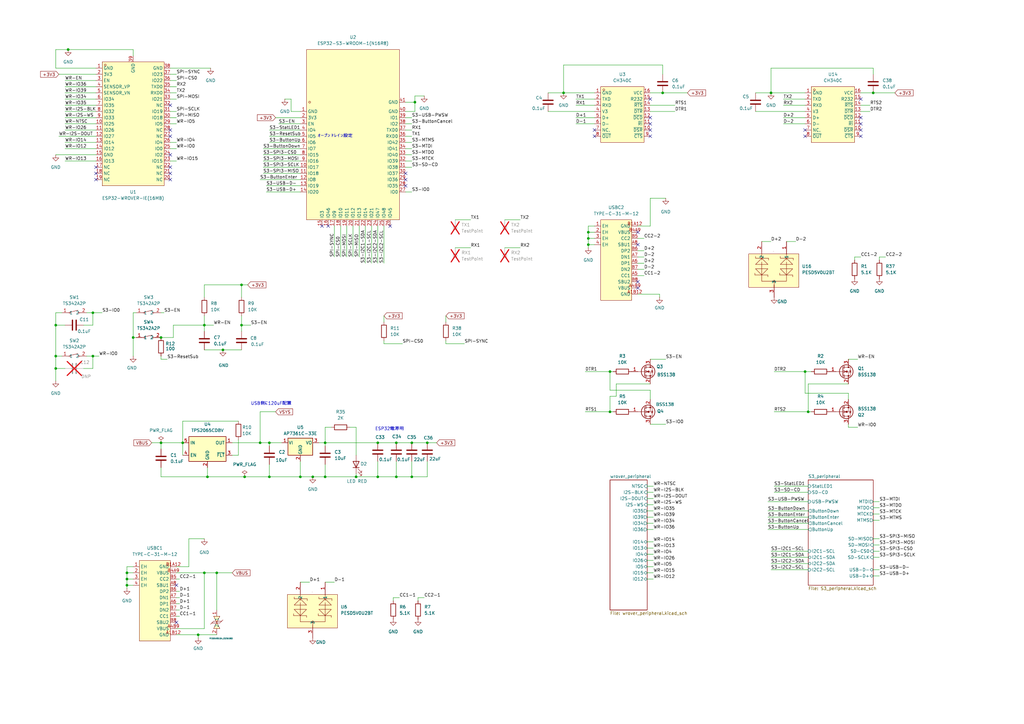
<source format=kicad_sch>
(kicad_sch (version 20250114) (generator "eeschema") (generator_version "9.0")
  (paper "A3")
  (lib_symbols
    (symbol "Connector:TestPoint" (pin_numbers (hide yes)) (pin_names (offset 0.762) (hide yes))
      (property "Reference" "TP" (at 0 6.858 0))
      (property "Value" "TestPoint" (at 0 5.08 0))
      (symbol "TestPoint_1_1"
        (pin passive line (at 0 0 90) (length 2.54) (name "1") (number "1"))
      )
    )
    (symbol "Device:C" (pin_numbers (hide yes)) (pin_names (offset 0.254))
      (property "Reference" "C" (at 0.635 2.54 0))
      (property "Value" "C" (at 0.635 -2.54 0))
      (symbol "C_1_1"
        (pin passive line (at 0 3.81 270) (length 2.794) (name "~") (number "1"))
        (pin passive line (at 0 -3.81 90) (length 2.794) (name "~") (number "2"))
      )
    )
    (symbol "Device:LED" (pin_numbers (hide yes)) (pin_names (offset 1.016) (hide yes))
      (property "Reference" "D" (at 0 2.54 0))
      (property "Value" "LED" (at 0 -2.54 0))
      (symbol "LED_1_1"
        (pin passive line (at -3.81 0 0) (length 2.54) (name "K") (number "1"))
        (pin passive line (at 3.81 0 180) (length 2.54) (name "A") (number "2"))
      )
    )
    (symbol "Device:R" (pin_numbers (hide yes)) (pin_names (offset 0))
      (property "Reference" "R" (at 2.032 0 90))
      (property "Value" "R" (at 0 0 90))
      (symbol "R_1_1"
        (pin passive line (at 0 3.81 270) (length 1.27) (name "~") (number "1"))
        (pin passive line (at 0 -3.81 90) (length 1.27) (name "~") (number "2"))
      )
    )
    (symbol "Power_Management:TPS2065CDBV"
      (property "Reference" "U" (at -7.62 -6.35 0))
      (property "Value" "TPS2065CDBV" (at -7.62 6.35 0))
      (symbol "TPS2065CDBV_1_1"
        (pin power_in line (at -10.16 2.54 0) (length 2.54) (name "IN") (number "5"))
        (pin input line (at -10.16 -2.54 0) (length 2.54) (name "EN") (number "4"))
        (pin power_in line (at 0 -7.62 90) (length 2.54) (name "GND") (number "2"))
        (pin power_out line (at 10.16 2.54 180) (length 2.54) (name "OUT") (number "1"))
        (pin open_collector line (at 10.16 -2.54 180) (length 2.54) (name "~{FLT}") (number "3"))
      )
    )
    (symbol "Regulator_Linear:AP7361C-33E" (pin_names (offset 0.254))
      (property "Reference" "U" (at -3.81 3.175 0))
      (property "Value" "AP7361C-33E" (at 0 3.175 0))
      (symbol "AP7361C-33E_1_1"
        (pin power_in line (at -7.62 0 0) (length 2.54) (name "VI") (number "1"))
        (pin power_in line (at 0 -7.62 90) (length 2.54) (name "GND") (number "2"))
        (pin power_out line (at 7.62 0 180) (length 2.54) (name "VO") (number "3"))
      )
    )
    (symbol "Transistor_FET:BSS138" (pin_names (offset 0) (hide yes))
      (property "Reference" "Q" (at 5.08 1.905 0))
      (property "Value" "BSS138" (at 5.08 0 0))
      (symbol "BSS138_1_1"
        (pin input line (at -5.08 0 0) (length 2.54) (name "G") (number "1"))
        (pin passive line (at 2.54 5.08 270) (length 2.54) (name "D") (number "3"))
        (pin passive line (at 2.54 -5.08 90) (length 2.54) (name "S") (number "2"))
      )
    )
    (symbol "easyeda2kicad:CH340C"
      (property "Reference" "U" (at 0 13.97 0))
      (property "Value" "CH340C" (at 0 -13.97 0))
      (symbol "CH340C_0_1"
        (pin unspecified line (at -11.43 8.89 0) (length 2.54) (name "GND") (number "1"))
        (pin unspecified line (at -11.43 6.35 0) (length 2.54) (name "TXD") (number "2"))
        (pin unspecified line (at -11.43 3.81 0) (length 2.54) (name "RXD") (number "3"))
        (pin unspecified line (at -11.43 1.27 0) (length 2.54) (name "V3") (number "4"))
        (pin unspecified line (at -11.43 -1.27 0) (length 2.54) (name "D+") (number "5"))
        (pin unspecified line (at -11.43 -3.81 0) (length 2.54) (name "D-") (number "6"))
        (pin unspecified line (at -11.43 -6.35 0) (length 2.54) (name "NC.") (number "7"))
        (pin unspecified line (at -11.43 -8.89 0) (length 2.54) (name "~{OUT}") (number "8"))
        (pin unspecified line (at 11.43 8.89 180) (length 2.54) (name "VCC") (number "16"))
        (pin unspecified line (at 11.43 6.35 180) (length 2.54) (name "R232") (number "15"))
        (pin unspecified line (at 11.43 3.81 180) (length 2.54) (name "~{RTS}") (number "14"))
        (pin unspecified line (at 11.43 1.27 180) (length 2.54) (name "~{DTR}") (number "13"))
        (pin unspecified line (at 11.43 -1.27 180) (length 2.54) (name "~{DCD}") (number "12"))
        (pin unspecified line (at 11.43 -3.81 180) (length 2.54) (name "~{RI}") (number "11"))
        (pin unspecified line (at 11.43 -6.35 180) (length 2.54) (name "~{DSR}") (number "10"))
        (pin unspecified line (at 11.43 -8.89 180) (length 2.54) (name "~{CTS}") (number "9"))
      )
    )
    (symbol "easyeda2kicad:ESP32-S3-WROOM-1(N16R8)"
      (property "Reference" "U" (at 0 20.32 0))
      (property "Value" "ESP32-S3-WROOM-1(N16R8)" (at 0 -40.64 0))
      (symbol "ESP32-S3-WROOM-1(N16R8)_0_1"
        (pin unspecified line (at -21.59 11.43 0) (length 2.54) (name "GND") (number "1"))
        (pin unspecified line (at -21.59 8.89 0) (length 2.54) (name "3V3") (number "2"))
        (pin unspecified line (at -21.59 6.35 0) (length 2.54) (name "EN") (number "3"))
        (pin unspecified line (at -21.59 3.81 0) (length 2.54) (name "IO4") (number "4"))
        (pin unspecified line (at -21.59 1.27 0) (length 2.54) (name "IO5") (number "5"))
        (pin unspecified line (at -21.59 -1.27 0) (length 2.54) (name "IO6") (number "6"))
        (pin unspecified line (at -21.59 -3.81 0) (length 2.54) (name "IO7") (number "7"))
        (pin unspecified line (at -21.59 -6.35 0) (length 2.54) (name "IO15") (number "8"))
        (pin unspecified line (at -21.59 -8.89 0) (length 2.54) (name "IO16") (number "9"))
        (pin unspecified line (at -21.59 -11.43 0) (length 2.54) (name "IO17") (number "10"))
        (pin unspecified line (at -21.59 -13.97 0) (length 2.54) (name "IO18") (number "11"))
        (pin unspecified line (at -21.59 -16.51 0) (length 2.54) (name "IO8") (number "12"))
        (pin unspecified line (at -21.59 -19.05 0) (length 2.54) (name "IO19") (number "13"))
        (pin unspecified line (at -21.59 -21.59 0) (length 2.54) (name "IO20") (number "14"))
        (pin unspecified line (at -12.7 -35.56 90) (length 2.54) (name "IO3") (number "15"))
        (pin unspecified line (at -10.16 -35.56 90) (length 2.54) (name "IO46") (number "16"))
        (pin unspecified line (at -7.62 -35.56 90) (length 2.54) (name "IO9") (number "17"))
        (pin unspecified line (at -5.08 -35.56 90) (length 2.54) (name "IO10") (number "18"))
        (pin unspecified line (at -2.54 -35.56 90) (length 2.54) (name "IO11") (number "19"))
        (pin unspecified line (at 0 -35.56 90) (length 2.54) (name "IO12") (number "20"))
        (pin unspecified line (at 2.54 -35.56 90) (length 2.54) (name "IO13") (number "21"))
        (pin unspecified line (at 5.08 -35.56 90) (length 2.54) (name "IO14") (number "22"))
        (pin unspecified line (at 7.62 -35.56 90) (length 2.54) (name "IO21") (number "23"))
        (pin unspecified line (at 10.16 -35.56 90) (length 2.54) (name "IO47") (number "24"))
        (pin unspecified line (at 12.7 -35.56 90) (length 2.54) (name "IO48") (number "25"))
        (pin unspecified line (at 15.24 -35.56 90) (length 2.54) (name "IO45") (number "26"))
        (pin unspecified line (at 21.59 15.24 180) (length 2.54) (name "GND") (number "41"))
        (pin unspecified line (at 21.59 11.43 180) (length 2.54) (name "GND") (number "40"))
        (pin unspecified line (at 21.59 8.89 180) (length 2.54) (name "IO1") (number "39"))
        (pin unspecified line (at 21.59 6.35 180) (length 2.54) (name "IO2") (number "38"))
        (pin unspecified line (at 21.59 3.81 180) (length 2.54) (name "TXD0") (number "37"))
        (pin unspecified line (at 21.59 1.27 180) (length 2.54) (name "RXD0") (number "36"))
        (pin unspecified line (at 21.59 -1.27 180) (length 2.54) (name "IO42") (number "35"))
        (pin unspecified line (at 21.59 -3.81 180) (length 2.54) (name "IO41") (number "34"))
        (pin unspecified line (at 21.59 -6.35 180) (length 2.54) (name "IO40") (number "33"))
        (pin unspecified line (at 21.59 -8.89 180) (length 2.54) (name "IO39") (number "32"))
        (pin unspecified line (at 21.59 -11.43 180) (length 2.54) (name "IO38") (number "31"))
        (pin unspecified line (at 21.59 -13.97 180) (length 2.54) (name "IO37") (number "30"))
        (pin unspecified line (at 21.59 -16.51 180) (length 2.54) (name "IO36") (number "29"))
        (pin unspecified line (at 21.59 -19.05 180) (length 2.54) (name "IO35") (number "28"))
        (pin unspecified line (at 21.59 -21.59 180) (length 2.54) (name "IO0") (number "27"))
      )
    )
    (symbol "easyeda2kicad:ESP32-WROVER-IE(16MB)"
      (property "Reference" "U" (at 0 35.56 0))
      (property "Value" "ESP32-WROVER-IE(16MB)" (at 0 -25.4 0))
      (symbol "ESP32-WROVER-IE(16MB)_0_1"
        (pin unspecified line (at -15.24 25.4 0) (length 2.54) (name "GND") (number "1"))
        (pin unspecified line (at -15.24 22.86 0) (length 2.54) (name "3V3") (number "2"))
        (pin unspecified line (at -15.24 20.32 0) (length 2.54) (name "EN") (number "3"))
        (pin unspecified line (at -15.24 17.78 0) (length 2.54) (name "SENSOR_VP") (number "4"))
        (pin unspecified line (at -15.24 15.24 0) (length 2.54) (name "SENSOR_VN") (number "5"))
        (pin unspecified line (at -15.24 12.7 0) (length 2.54) (name "IO34") (number "6"))
        (pin unspecified line (at -15.24 10.16 0) (length 2.54) (name "IO35") (number "7"))
        (pin unspecified line (at -15.24 7.62 0) (length 2.54) (name "IO32") (number "8"))
        (pin unspecified line (at -15.24 5.08 0) (length 2.54) (name "IO33") (number "9"))
        (pin unspecified line (at -15.24 2.54 0) (length 2.54) (name "IO25") (number "10"))
        (pin unspecified line (at -15.24 0 0) (length 2.54) (name "IO26") (number "11"))
        (pin unspecified line (at -15.24 -2.54 0) (length 2.54) (name "IO27") (number "12"))
        (pin unspecified line (at -15.24 -5.08 0) (length 2.54) (name "IO14") (number "13"))
        (pin unspecified line (at -15.24 -7.62 0) (length 2.54) (name "IO12") (number "14"))
        (pin unspecified line (at -15.24 -10.16 0) (length 2.54) (name "GND") (number "15"))
        (pin unspecified line (at -15.24 -12.7 0) (length 2.54) (name "IO13") (number "16"))
        (pin unspecified line (at -15.24 -15.24 0) (length 2.54) (name "NC") (number "17"))
        (pin unspecified line (at -15.24 -17.78 0) (length 2.54) (name "NC") (number "18"))
        (pin unspecified line (at -15.24 -20.32 0) (length 2.54) (name "NC") (number "19"))
        (pin unspecified line (at 0 30.48 270) (length 2.54) (name "GND") (number "39"))
        (pin unspecified line (at 15.24 25.4 180) (length 2.54) (name "GND") (number "38"))
        (pin unspecified line (at 15.24 22.86 180) (length 2.54) (name "IO23") (number "37"))
        (pin unspecified line (at 15.24 20.32 180) (length 2.54) (name "IO22") (number "36"))
        (pin unspecified line (at 15.24 17.78 180) (length 2.54) (name "TXD0") (number "35"))
        (pin unspecified line (at 15.24 15.24 180) (length 2.54) (name "RXD0") (number "34"))
        (pin unspecified line (at 15.24 12.7 180) (length 2.54) (name "IO21") (number "33"))
        (pin unspecified line (at 15.24 10.16 180) (length 2.54) (name "NC") (number "32"))
        (pin unspecified line (at 15.24 7.62 180) (length 2.54) (name "IO19") (number "31"))
        (pin unspecified line (at 15.24 5.08 180) (length 2.54) (name "IO18") (number "30"))
        (pin unspecified line (at 15.24 2.54 180) (length 2.54) (name "IO5") (number "29"))
        (pin unspecified line (at 15.24 0 180) (length 2.54) (name "NC") (number "28"))
        (pin unspecified line (at 15.24 -2.54 180) (length 2.54) (name "NC") (number "27"))
        (pin unspecified line (at 15.24 -5.08 180) (length 2.54) (name "IO4") (number "26"))
        (pin unspecified line (at 15.24 -7.62 180) (length 2.54) (name "IO0") (number "25"))
        (pin unspecified line (at 15.24 -10.16 180) (length 2.54) (name "IO2") (number "24"))
        (pin unspecified line (at 15.24 -12.7 180) (length 2.54) (name "IO15") (number "23"))
        (pin unspecified line (at 15.24 -15.24 180) (length 2.54) (name "NC") (number "22"))
        (pin unspecified line (at 15.24 -17.78 180) (length 2.54) (name "NC") (number "21"))
        (pin unspecified line (at 15.24 -20.32 180) (length 2.54) (name "NC") (number "20"))
      )
    )
    (symbol "easyeda2kicad:PESD5V0S1BA_C5261083"
      (property "Reference" "U" (at 0 5.08 0))
      (property "Value" "PESD5V0S1BA_C5261083" (at 0 -5.08 0))
      (symbol "PESD5V0S1BA_C5261083_0_1"
        (pin unspecified line (at -5.08 0 0) (length 2.54) (name "1") (number "1"))
        (pin unspecified line (at 5.08 0 180) (length 2.54) (name "2") (number "2"))
      )
    )
    (symbol "easyeda2kicad:PESD5V0U2BT"
      (property "Reference" "U" (at 0 17.78 0))
      (property "Value" "PESD5V0U2BT" (at 0 -15.24 0))
      (symbol "PESD5V0U2BT_0_1"
        (pin passive line (at -5.08 -10.16 90) (length 5.08) (name "1") (number "1"))
        (pin input line (at 0 12.7 270) (length 5.08) (name "3") (number "3"))
        (pin passive line (at 5.08 -10.16 90) (length 5.08) (name "2") (number "2"))
      )
    )
    (symbol "easyeda2kicad:TS342A2P160GF021"
      (property "Reference" "SW" (at 0 5.08 0))
      (property "Value" "TS342A2P 160GF 021" (at 0 -5.08 0))
      (symbol "TS342A2P160GF021_0_1"
        (pin unspecified line (at -5.08 0 0) (length 2.54) (name "1") (number "1"))
        (pin unspecified line (at 5.08 0 180) (length 2.54) (name "2") (number "2"))
      )
    )
    (symbol "easyeda2kicad:TYPE-C-31-M-12"
      (property "Reference" "USBC" (at 0 19.05 0))
      (property "Value" "TYPE-C-31-M-12" (at 0 -19.05 0))
      (symbol "TYPE-C-31-M-12_0_1"
        (pin unspecified line (at -8.89 13.97 0) (length 2.54) (name "GND") (number "A1B12"))
        (pin unspecified line (at -8.89 11.43 0) (length 2.54) (name "VBUS") (number "A4B9"))
        (pin unspecified line (at -8.89 8.89 0) (length 2.54) (name "SBU2") (number "B8"))
        (pin unspecified line (at -8.89 6.35 0) (length 2.54) (name "CC1") (number "A5"))
        (pin unspecified line (at -8.89 3.81 0) (length 2.54) (name "DN2") (number "B7"))
        (pin unspecified line (at -8.89 1.27 0) (length 2.54) (name "DP1") (number "A6"))
        (pin unspecified line (at -8.89 -1.27 0) (length 2.54) (name "DN1") (number "A7"))
        (pin unspecified line (at -8.89 -3.81 0) (length 2.54) (name "DP2") (number "B6"))
        (pin unspecified line (at -8.89 -6.35 0) (length 2.54) (name "SBU1") (number "A8"))
        (pin unspecified line (at -8.89 -8.89 0) (length 2.54) (name "CC2") (number "B5"))
        (pin unspecified line (at -8.89 -11.43 0) (length 2.54) (name "VBUS") (number "B4A9"))
        (pin unspecified line (at -8.89 -13.97 0) (length 2.54) (name "GND") (number "B1A12"))
        (pin unspecified line (at 8.89 -6.35 180) (length 2.54) (name "EH") (number "4"))
        (pin unspecified line (at 8.89 -8.89 180) (length 2.54) (name "EH") (number "3"))
        (pin unspecified line (at 8.89 -11.43 180) (length 2.54) (name "EH") (number "2"))
        (pin unspecified line (at 8.89 -13.97 180) (length 2.54) (name "EH") (number "1"))
      )
    )
    (symbol "power:GND" (power) (pin_numbers (hide yes)) (pin_names (offset 0) (hide yes))
      (property "Value" "GND" (at 0 -3.81 0))
      (symbol "GND_1_1"
        (pin power_in line (at 0 0 270) (length 0) (name "~") (number "1"))
      )
    )
    (symbol "power:PWR_FLAG" (power) (pin_numbers (hide yes)) (pin_names (offset 0) (hide yes))
      (property "Value" "PWR_FLAG" (at 0 3.81 0))
      (symbol "PWR_FLAG_0_0"
        (pin power_out line (at 0 0 90) (length 0) (name "~") (number "1"))
      )
    )
  )
  (text "ESP32電源用" (at 159.766 176.022 0) (effects (font (size 1.27 1.27))))
  (text "オープンドレイン設定\n" (at 137.414 55.88 0) (effects (font (size 1.27 1.27))))
  (text "USB側に120uF配置" (at 111.252 165.608 0) (effects (font (size 1.27 1.27))))
  (junction (at 241.3 97.79))
  (junction (at 27.94 20.32))
  (junction (at 52.07 240.03))
  (junction (at 331.47 168.91))
  (junction (at 100.33 195.58))
  (junction (at 175.26 181.61))
  (junction (at 162.56 195.58))
  (junction (at 54.61 138.43))
  (junction (at 162.56 181.61))
  (junction (at 38.1 128.27))
  (junction (at 91.44 143.51))
  (junction (at 110.49 181.61))
  (junction (at 271.78 38.1))
  (junction (at 99.06 116.84))
  (junction (at 170.18 41.91))
  (junction (at 250.19 168.91))
  (junction (at 241.3 100.33))
  (junction (at 146.05 195.58))
  (junction (at 330.2 152.4))
  (junction (at 128.27 195.58))
  (junction (at 154.94 195.58))
  (junction (at 106.68 181.61))
  (junction (at 168.91 195.58))
  (junction (at 66.04 138.43))
  (junction (at 74.93 181.61))
  (junction (at 250.19 152.4))
  (junction (at 22.86 133.35))
  (junction (at 83.82 234.95))
  (junction (at 110.49 195.58))
  (junction (at 81.28 260.35))
  (junction (at 123.19 195.58))
  (junction (at 22.86 146.05))
  (junction (at 38.1 146.05))
  (junction (at 316.23 38.1))
  (junction (at 83.82 133.35))
  (junction (at 52.07 234.95))
  (junction (at 231.14 38.1))
  (junction (at 133.35 195.58))
  (junction (at 22.86 151.13))
  (junction (at 85.09 195.58))
  (junction (at 168.91 181.61))
  (junction (at 241.3 95.25))
  (junction (at 52.07 237.49))
  (junction (at 154.94 181.61))
  (junction (at 66.04 181.61))
  (junction (at 133.35 181.61))
  (junction (at 99.06 133.35))
  (junction (at 88.9 234.95))
  (junction (at 358.14 38.1))
  (no_connect (at 69.85 55.88))
  (no_connect (at 39.37 68.58))
  (no_connect (at 72.39 240.03))
  (no_connect (at 166.37 76.2))
  (no_connect (at 266.7 50.8))
  (no_connect (at 69.85 71.12))
  (no_connect (at 39.37 71.12))
  (no_connect (at 266.7 48.26))
  (no_connect (at 353.06 50.8))
  (no_connect (at 69.85 68.58))
  (no_connect (at 261.62 118.11))
  (no_connect (at 39.37 73.66))
  (no_connect (at 261.62 95.25))
  (no_connect (at 266.7 55.88))
  (no_connect (at 72.39 255.27))
  (no_connect (at 69.85 63.5))
  (no_connect (at 261.62 100.33))
  (no_connect (at 266.7 53.34))
  (no_connect (at 166.37 71.12))
  (no_connect (at 330.2 55.88))
  (no_connect (at 69.85 53.34))
  (no_connect (at 330.2 53.34))
  (no_connect (at 69.85 73.66))
  (no_connect (at 243.84 55.88))
  (no_connect (at 266.7 40.64))
  (no_connect (at 134.62 92.71))
  (no_connect (at 353.06 48.26))
  (no_connect (at 69.85 43.18))
  (no_connect (at 353.06 53.34))
  (no_connect (at 132.08 92.71))
  (no_connect (at 160.02 92.71))
  (no_connect (at 353.06 40.64))
  (no_connect (at 166.37 73.66))
  (no_connect (at 353.06 55.88))
  (no_connect (at 261.62 115.57))
  (no_connect (at 243.84 53.34))
  (wire (pts (xy 161.29 246.38) (xy 161.29 245.11)))
  (wire (pts (xy 74.93 181.61) (xy 74.93 186.69)))
  (wire (pts (xy 26.67 33.02) (xy 39.37 33.02)))
  (wire (pts (xy 95.25 186.69) (xy 97.79 186.69)))
  (wire (pts (xy 161.29 245.11) (xy 163.83 245.11)))
  (wire (pts (xy 99.06 133.35) (xy 102.87 133.35)))
  (wire (pts (xy 22.86 27.94) (xy 22.86 20.32)))
  (wire (pts (xy 109.22 78.74) (xy 123.19 78.74)))
  (wire (pts (xy 350.52 106.68) (xy 350.52 105.41)))
  (wire (pts (xy 52.07 240.03) (xy 52.07 241.3)))
  (wire (pts (xy 224.79 45.72) (xy 243.84 45.72)))
  (wire (pts (xy 252.73 157.48) (xy 266.7 157.48)))
  (wire (pts (xy 22.86 133.35) (xy 26.67 133.35)))
  (wire (pts (xy 97.79 172.72) (xy 74.93 172.72)))
  (wire (pts (xy 261.62 102.87) (xy 264.16 102.87)))
  (wire (pts (xy 261.62 120.65) (xy 270.51 120.65)))
  (wire (pts (xy 166.37 58.42) (xy 168.91 58.42)))
  (wire (pts (xy 353.06 38.1) (xy 358.14 38.1)))
  (wire (pts (xy 54.61 138.43) (xy 55.88 138.43)))
  (wire (pts (xy 358.14 226.06) (xy 360.68 226.06)))
  (wire (pts (xy 317.5 152.4) (xy 330.2 152.4)))
  (wire (pts (xy 231.14 26.67) (xy 271.78 26.67)))
  (wire (pts (xy 74.93 172.72) (xy 74.93 181.61)))
  (wire (pts (xy 110.49 190.5) (xy 110.49 195.58)))
  (wire (pts (xy 71.12 133.35) (xy 71.12 138.43)))
  (wire (pts (xy 330.2 152.4) (xy 330.2 161.29)))
  (wire (pts (xy 83.82 234.95) (xy 83.82 257.81)))
  (wire (pts (xy 72.39 257.81) (xy 83.82 257.81)))
  (wire (pts (xy 186.69 90.17) (xy 193.04 90.17)))
  (wire (pts (xy 271.78 26.67) (xy 271.78 30.48)))
  (wire (pts (xy 166.37 41.91) (xy 170.18 41.91)))
  (wire (pts (xy 182.88 139.7) (xy 182.88 140.97)))
  (wire (pts (xy 83.82 129.54) (xy 83.82 133.35)))
  (wire (pts (xy 110.49 53.34) (xy 123.19 53.34)))
  (wire (pts (xy 107.95 60.96) (xy 123.19 60.96)))
  (wire (pts (xy 250.19 168.91) (xy 251.46 168.91)))
  (wire (pts (xy 27.94 20.32) (xy 54.61 20.32)))
  (wire (pts (xy 24.13 30.48) (xy 39.37 30.48)))
  (wire (pts (xy 241.3 92.71) (xy 241.3 95.25)))
  (wire (pts (xy 330.2 152.4) (xy 332.74 152.4)))
  (wire (pts (xy 114.3 50.8) (xy 123.19 50.8)))
  (wire (pts (xy 265.43 214.63) (xy 267.97 214.63)))
  (wire (pts (xy 26.67 45.72) (xy 39.37 45.72)))
  (wire (pts (xy 110.49 55.88) (xy 123.19 55.88)))
  (wire (pts (xy 166.37 66.04) (xy 168.91 66.04)))
  (wire (pts (xy 123.19 238.76) (xy 127 238.76)))
  (wire (pts (xy 66.04 138.43) (xy 71.12 138.43)))
  (wire (pts (xy 250.19 160.02) (xy 266.7 160.02)))
  (wire (pts (xy 168.91 181.61) (xy 162.56 181.61)))
  (wire (pts (xy 54.61 232.41) (xy 52.07 232.41)))
  (wire (pts (xy 316.23 231.14) (xy 331.47 231.14)))
  (wire (pts (xy 110.49 182.88) (xy 110.49 181.61)))
  (wire (pts (xy 266.7 81.28) (xy 266.7 92.71)))
  (wire (pts (xy 166.37 55.88) (xy 168.91 55.88)))
  (wire (pts (xy 321.31 40.64) (xy 330.2 40.64)))
  (wire (pts (xy 55.88 128.27) (xy 54.61 128.27)))
  (wire (pts (xy 316.23 38.1) (xy 330.2 38.1)))
  (wire (pts (xy 241.3 95.25) (xy 241.3 97.79)))
  (wire (pts (xy 35.56 146.05) (xy 38.1 146.05)))
  (wire (pts (xy 314.96 212.09) (xy 331.47 212.09)))
  (wire (pts (xy 69.85 38.1) (xy 72.39 38.1)))
  (wire (pts (xy 52.07 232.41) (xy 52.07 234.95)))
  (wire (pts (xy 358.14 228.6) (xy 360.68 228.6)))
  (wire (pts (xy 39.37 27.94) (xy 22.86 27.94)))
  (wire (pts (xy 270.51 121.92) (xy 270.51 120.65)))
  (wire (pts (xy 22.86 133.35) (xy 22.86 146.05)))
  (wire (pts (xy 175.26 189.23) (xy 175.26 195.58)))
  (wire (pts (xy 236.22 48.26) (xy 243.84 48.26)))
  (wire (pts (xy 250.19 152.4) (xy 250.19 160.02)))
  (wire (pts (xy 26.67 43.18) (xy 39.37 43.18)))
  (wire (pts (xy 133.35 175.26) (xy 133.35 181.61)))
  (wire (pts (xy 99.06 129.54) (xy 99.06 133.35)))
  (wire (pts (xy 66.04 195.58) (xy 85.09 195.58)))
  (wire (pts (xy 265.43 201.93) (xy 267.97 201.93)))
  (wire (pts (xy 83.82 143.51) (xy 91.44 143.51)))
  (wire (pts (xy 113.03 48.26) (xy 123.19 48.26)))
  (wire (pts (xy 130.81 181.61) (xy 133.35 181.61)))
  (wire (pts (xy 312.42 99.06) (xy 316.23 99.06)))
  (wire (pts (xy 265.43 204.47) (xy 267.97 204.47)))
  (wire (pts (xy 72.39 252.73) (xy 73.66 252.73)))
  (wire (pts (xy 347.98 147.32) (xy 351.79 147.32)))
  (wire (pts (xy 309.88 45.72) (xy 330.2 45.72)))
  (wire (pts (xy 162.56 181.61) (xy 154.94 181.61)))
  (wire (pts (xy 26.67 48.26) (xy 39.37 48.26)))
  (wire (pts (xy 240.03 168.91) (xy 250.19 168.91)))
  (wire (pts (xy 72.39 234.95) (xy 83.82 234.95)))
  (wire (pts (xy 166.37 60.96) (xy 168.91 60.96)))
  (wire (pts (xy 236.22 40.64) (xy 243.84 40.64)))
  (wire (pts (xy 133.35 182.88) (xy 133.35 181.61)))
  (wire (pts (xy 321.31 43.18) (xy 330.2 43.18)))
  (wire (pts (xy 179.07 181.61) (xy 175.26 181.61)))
  (wire (pts (xy 106.68 168.91) (xy 113.03 168.91)))
  (wire (pts (xy 54.61 20.32) (xy 54.61 22.86)))
  (wire (pts (xy 85.09 195.58) (xy 100.33 195.58)))
  (wire (pts (xy 168.91 189.23) (xy 168.91 195.58)))
  (wire (pts (xy 69.85 40.64) (xy 72.39 40.64)))
  (wire (pts (xy 358.14 205.74) (xy 360.68 205.74)))
  (wire (pts (xy 99.06 116.84) (xy 99.06 121.92)))
  (wire (pts (xy 347.98 173.99) (xy 347.98 175.26)))
  (wire (pts (xy 236.22 43.18) (xy 243.84 43.18)))
  (wire (pts (xy 241.3 97.79) (xy 241.3 100.33)))
  (wire (pts (xy 241.3 100.33) (xy 243.84 100.33)))
  (wire (pts (xy 110.49 58.42) (xy 123.19 58.42)))
  (wire (pts (xy 314.96 214.63) (xy 331.47 214.63)))
  (wire (pts (xy 106.68 181.61) (xy 110.49 181.61)))
  (wire (pts (xy 110.49 181.61) (xy 115.57 181.61)))
  (wire (pts (xy 241.3 100.33) (xy 241.3 101.6)))
  (wire (pts (xy 147.32 92.71) (xy 147.32 105.41)))
  (wire (pts (xy 83.82 133.35) (xy 87.63 133.35)))
  (wire (pts (xy 91.44 143.51) (xy 99.06 143.51)))
  (wire (pts (xy 266.7 45.72) (xy 276.86 45.72)))
  (wire (pts (xy 99.06 133.35) (xy 99.06 135.89)))
  (wire (pts (xy 207.01 90.17) (xy 213.36 90.17)))
  (wire (pts (xy 101.6 116.84) (xy 99.06 116.84)))
  (wire (pts (xy 265.43 229.87) (xy 267.97 229.87)))
  (wire (pts (xy 69.85 66.04) (xy 72.39 66.04)))
  (wire (pts (xy 26.67 58.42) (xy 39.37 58.42)))
  (wire (pts (xy 154.94 181.61) (xy 133.35 181.61)))
  (wire (pts (xy 157.48 140.97) (xy 165.1 140.97)))
  (wire (pts (xy 26.67 38.1) (xy 39.37 38.1)))
  (wire (pts (xy 133.35 195.58) (xy 128.27 195.58)))
  (wire (pts (xy 123.19 45.72) (xy 119.38 45.72)))
  (wire (pts (xy 69.85 35.56) (xy 72.39 35.56)))
  (wire (pts (xy 316.23 228.6) (xy 331.47 228.6)))
  (wire (pts (xy 154.94 195.58) (xy 162.56 195.58)))
  (wire (pts (xy 81.28 261.62) (xy 81.28 260.35)))
  (wire (pts (xy 358.14 236.22) (xy 360.68 236.22)))
  (wire (pts (xy 139.7 92.71) (xy 139.7 105.41)))
  (wire (pts (xy 265.43 207.01) (xy 267.97 207.01)))
  (wire (pts (xy 69.85 27.94) (xy 86.36 27.94)))
  (wire (pts (xy 26.67 53.34) (xy 39.37 53.34)))
  (wire (pts (xy 322.58 99.06) (xy 326.39 99.06)))
  (wire (pts (xy 62.23 181.61) (xy 66.04 181.61)))
  (wire (pts (xy 309.88 38.1) (xy 316.23 38.1)))
  (wire (pts (xy 347.98 161.29) (xy 347.98 163.83)))
  (wire (pts (xy 81.28 260.35) (xy 88.9 260.35)))
  (wire (pts (xy 77.47 220.98) (xy 83.82 220.98)))
  (wire (pts (xy 266.7 160.02) (xy 266.7 163.83)))
  (wire (pts (xy 35.56 128.27) (xy 38.1 128.27)))
  (wire (pts (xy 68.58 147.32) (xy 66.04 147.32)))
  (wire (pts (xy 66.04 128.27) (xy 67.31 128.27)))
  (wire (pts (xy 224.79 38.1) (xy 231.14 38.1)))
  (wire (pts (xy 22.86 151.13) (xy 22.86 156.21)))
  (wire (pts (xy 250.19 168.91) (xy 250.19 162.56)))
  (wire (pts (xy 144.78 92.71) (xy 144.78 105.41)))
  (wire (pts (xy 38.1 146.05) (xy 40.64 146.05)))
  (wire (pts (xy 66.04 146.05) (xy 66.04 147.32)))
  (wire (pts (xy 52.07 240.03) (xy 54.61 240.03)))
  (wire (pts (xy 26.67 50.8) (xy 39.37 50.8)))
  (wire (pts (xy 83.82 133.35) (xy 83.82 135.89)))
  (wire (pts (xy 317.5 199.39) (xy 331.47 199.39)))
  (wire (pts (xy 265.43 232.41) (xy 267.97 232.41)))
  (wire (pts (xy 95.25 181.61) (xy 106.68 181.61)))
  (wire (pts (xy 72.39 260.35) (xy 81.28 260.35)))
  (wire (pts (xy 107.95 63.5) (xy 123.19 63.5)))
  (wire (pts (xy 22.86 63.5) (xy 39.37 63.5)))
  (wire (pts (xy 317.5 168.91) (xy 331.47 168.91)))
  (wire (pts (xy 142.24 92.71) (xy 142.24 105.41)))
  (wire (pts (xy 261.62 110.49) (xy 264.16 110.49)))
  (wire (pts (xy 157.48 139.7) (xy 157.48 140.97)))
  (wire (pts (xy 265.43 199.39) (xy 267.97 199.39)))
  (wire (pts (xy 358.14 38.1) (xy 367.03 38.1)))
  (wire (pts (xy 166.37 45.72) (xy 170.18 45.72)))
  (wire (pts (xy 38.1 128.27) (xy 38.1 133.35)))
  (wire (pts (xy 261.62 97.79) (xy 264.16 97.79)))
  (wire (pts (xy 26.67 35.56) (xy 39.37 35.56)))
  (wire (pts (xy 170.18 39.37) (xy 173.99 39.37)))
  (wire (pts (xy 314.96 205.74) (xy 331.47 205.74)))
  (wire (pts (xy 166.37 68.58) (xy 168.91 68.58)))
  (wire (pts (xy 231.14 38.1) (xy 243.84 38.1)))
  (wire (pts (xy 314.96 217.17) (xy 331.47 217.17)))
  (wire (pts (xy 97.79 180.34) (xy 97.79 186.69)))
  (wire (pts (xy 266.7 147.32) (xy 273.05 147.32)))
  (wire (pts (xy 24.13 55.88) (xy 39.37 55.88)))
  (wire (pts (xy 171.45 245.11) (xy 173.99 245.11)))
  (wire (pts (xy 168.91 195.58) (xy 175.26 195.58)))
  (wire (pts (xy 54.61 138.43) (xy 54.61 146.05)))
  (wire (pts (xy 54.61 128.27) (xy 54.61 138.43)))
  (wire (pts (xy 69.85 58.42) (xy 72.39 58.42)))
  (wire (pts (xy 66.04 191.77) (xy 66.04 195.58)))
  (wire (pts (xy 123.19 195.58) (xy 128.27 195.58)))
  (wire (pts (xy 265.43 237.49) (xy 267.97 237.49)))
  (wire (pts (xy 152.4 92.71) (xy 152.4 107.95)))
  (wire (pts (xy 358.14 223.52) (xy 360.68 223.52)))
  (wire (pts (xy 66.04 181.61) (xy 74.93 181.61)))
  (wire (pts (xy 317.5 201.93) (xy 331.47 201.93)))
  (wire (pts (xy 34.29 133.35) (xy 38.1 133.35)))
  (wire (pts (xy 22.86 128.27) (xy 22.86 133.35)))
  (wire (pts (xy 236.22 50.8) (xy 243.84 50.8)))
  (wire (pts (xy 241.3 97.79) (xy 243.84 97.79)))
  (wire (pts (xy 353.06 45.72) (xy 356.87 45.72)))
  (wire (pts (xy 133.35 195.58) (xy 146.05 195.58)))
  (wire (pts (xy 265.43 209.55) (xy 267.97 209.55)))
  (wire (pts (xy 170.18 41.91) (xy 170.18 45.72)))
  (wire (pts (xy 25.4 128.27) (xy 22.86 128.27)))
  (wire (pts (xy 314.96 209.55) (xy 331.47 209.55)))
  (wire (pts (xy 72.39 250.19) (xy 73.66 250.19)))
  (wire (pts (xy 358.14 210.82) (xy 360.68 210.82)))
  (wire (pts (xy 95.25 234.95) (xy 88.9 234.95)))
  (wire (pts (xy 77.47 232.41) (xy 72.39 232.41)))
  (wire (pts (xy 182.88 140.97) (xy 190.5 140.97)))
  (wire (pts (xy 241.3 95.25) (xy 243.84 95.25)))
  (wire (pts (xy 26.67 40.64) (xy 39.37 40.64)))
  (wire (pts (xy 250.19 152.4) (xy 251.46 152.4)))
  (wire (pts (xy 261.62 105.41) (xy 264.16 105.41)))
  (wire (pts (xy 83.82 234.95) (xy 88.9 234.95)))
  (wire (pts (xy 182.88 129.54) (xy 182.88 132.08)))
  (wire (pts (xy 123.19 189.23) (xy 123.19 195.58)))
  (wire (pts (xy 358.14 233.68) (xy 360.68 233.68)))
  (wire (pts (xy 266.7 173.99) (xy 273.05 173.99)))
  (wire (pts (xy 133.35 190.5) (xy 133.35 195.58)))
  (wire (pts (xy 240.03 152.4) (xy 250.19 152.4)))
  (wire (pts (xy 166.37 53.34) (xy 168.91 53.34)))
  (wire (pts (xy 69.85 30.48) (xy 72.39 30.48)))
  (wire (pts (xy 207.01 101.6) (xy 213.36 101.6)))
  (wire (pts (xy 261.62 107.95) (xy 264.16 107.95)))
  (wire (pts (xy 38.1 146.05) (xy 38.1 151.13)))
  (wire (pts (xy 107.95 66.04) (xy 123.19 66.04)))
  (wire (pts (xy 266.7 92.71) (xy 261.62 92.71)))
  (wire (pts (xy 166.37 48.26) (xy 168.91 48.26)))
  (wire (pts (xy 330.2 161.29) (xy 347.98 161.29)))
  (wire (pts (xy 243.84 92.71) (xy 241.3 92.71)))
  (wire (pts (xy 316.23 233.68) (xy 331.47 233.68)))
  (wire (pts (xy 316.23 38.1) (xy 316.23 27.94)))
  (wire (pts (xy 358.14 220.98) (xy 360.68 220.98)))
  (wire (pts (xy 154.94 189.23) (xy 154.94 195.58)))
  (wire (pts (xy 171.45 246.38) (xy 171.45 245.11)))
  (wire (pts (xy 107.95 71.12) (xy 123.19 71.12)))
  (wire (pts (xy 261.62 113.03) (xy 264.16 113.03)))
  (wire (pts (xy 316.23 27.94) (xy 358.14 27.94)))
  (wire (pts (xy 137.16 92.71) (xy 137.16 105.41)))
  (wire (pts (xy 72.39 247.65) (xy 73.66 247.65)))
  (wire (pts (xy 77.47 220.98) (xy 77.47 232.41)))
  (wire (pts (xy 166.37 63.5) (xy 168.91 63.5)))
  (wire (pts (xy 106.68 73.66) (xy 123.19 73.66)))
  (wire (pts (xy 69.85 50.8) (xy 72.39 50.8)))
  (wire (pts (xy 72.39 237.49) (xy 73.66 237.49)))
  (wire (pts (xy 265.43 222.25) (xy 267.97 222.25)))
  (wire (pts (xy 250.19 162.56) (xy 252.73 162.56)))
  (wire (pts (xy 321.31 48.26) (xy 330.2 48.26)))
  (wire (pts (xy 107.95 68.58) (xy 123.19 68.58)))
  (wire (pts (xy 358.14 208.28) (xy 360.68 208.28)))
  (wire (pts (xy 266.7 38.1) (xy 271.78 38.1)))
  (wire (pts (xy 119.38 45.72) (xy 119.38 40.64)))
  (wire (pts (xy 350.52 105.41) (xy 353.06 105.41)))
  (wire (pts (xy 34.29 151.13) (xy 38.1 151.13)))
  (wire (pts (xy 22.86 20.32) (xy 27.94 20.32)))
  (wire (pts (xy 316.23 226.06) (xy 331.47 226.06)))
  (wire (pts (xy 110.49 195.58) (xy 123.19 195.58)))
  (wire (pts (xy 271.78 38.1) (xy 281.94 38.1)))
  (wire (pts (xy 252.73 162.56) (xy 252.73 157.48)))
  (wire (pts (xy 157.48 129.54) (xy 157.48 132.08)))
  (wire (pts (xy 100.33 195.58) (xy 110.49 195.58)))
  (wire (pts (xy 166.37 78.74) (xy 168.91 78.74)))
  (wire (pts (xy 321.31 50.8) (xy 330.2 50.8)))
  (wire (pts (xy 66.04 181.61) (xy 66.04 184.15)))
  (wire (pts (xy 143.51 175.26) (xy 146.05 175.26)))
  (wire (pts (xy 69.85 48.26) (xy 72.39 48.26)))
  (wire (pts (xy 52.07 237.49) (xy 52.07 240.03)))
  (wire (pts (xy 106.68 168.91) (xy 106.68 181.61)))
  (wire (pts (xy 347.98 175.26) (xy 351.79 175.26)))
  (wire (pts (xy 38.1 128.27) (xy 41.91 128.27)))
  (wire (pts (xy 266.7 81.28) (xy 273.05 81.28)))
  (wire (pts (xy 266.7 43.18) (xy 276.86 43.18)))
  (wire (pts (xy 331.47 157.48) (xy 347.98 157.48)))
  (wire (pts (xy 157.48 92.71) (xy 157.48 107.95)))
  (wire (pts (xy 133.35 238.76) (xy 137.16 238.76)))
  (wire (pts (xy 358.14 27.94) (xy 358.14 30.48)))
  (wire (pts (xy 265.43 224.79) (xy 267.97 224.79)))
  (wire (pts (xy 72.39 242.57) (xy 73.66 242.57)))
  (wire (pts (xy 52.07 234.95) (xy 52.07 237.49)))
  (wire (pts (xy 265.43 212.09) (xy 267.97 212.09)))
  (wire (pts (xy 85.09 191.77) (xy 85.09 195.58)))
  (wire (pts (xy 175.26 181.61) (xy 168.91 181.61)))
  (wire (pts (xy 26.67 60.96) (xy 39.37 60.96)))
  (wire (pts (xy 22.86 151.13) (xy 26.67 151.13)))
  (wire (pts (xy 146.05 194.31) (xy 146.05 195.58)))
  (wire (pts (xy 69.85 33.02) (xy 72.39 33.02)))
  (wire (pts (xy 69.85 45.72) (xy 72.39 45.72)))
  (wire (pts (xy 358.14 213.36) (xy 360.68 213.36)))
  (wire (pts (xy 265.43 227.33) (xy 267.97 227.33)))
  (wire (pts (xy 22.86 146.05) (xy 25.4 146.05)))
  (wire (pts (xy 99.06 116.84) (xy 83.82 116.84)))
  (wire (pts (xy 83.82 133.35) (xy 71.12 133.35)))
  (wire (pts (xy 69.85 60.96) (xy 72.39 60.96)))
  (wire (pts (xy 166.37 50.8) (xy 168.91 50.8)))
  (wire (pts (xy 353.06 43.18) (xy 356.87 43.18)))
  (wire (pts (xy 149.86 92.71) (xy 149.86 107.95)))
  (wire (pts (xy 170.18 39.37) (xy 170.18 41.91)))
  (wire (pts (xy 52.07 237.49) (xy 54.61 237.49)))
  (wire (pts (xy 360.68 106.68) (xy 360.68 105.41)))
  (wire (pts (xy 162.56 189.23) (xy 162.56 195.58)))
  (wire (pts (xy 116.84 40.64) (xy 119.38 40.64)))
  (wire (pts (xy 360.68 105.41) (xy 363.22 105.41)))
  (wire (pts (xy 146.05 195.58) (xy 154.94 195.58)))
  (wire (pts (xy 154.94 92.71) (xy 154.94 107.95)))
  (wire (pts (xy 72.39 245.11) (xy 73.66 245.11)))
  (wire (pts (xy 186.69 101.6) (xy 193.04 101.6)))
  (wire (pts (xy 231.14 38.1) (xy 231.14 26.67)))
  (wire (pts (xy 83.82 116.84) (xy 83.82 121.92)))
  (wire (pts (xy 331.47 168.91) (xy 332.74 168.91)))
  (wire (pts (xy 26.67 66.04) (xy 39.37 66.04)))
  (wire (pts (xy 135.89 175.26) (xy 133.35 175.26)))
  (wire (pts (xy 52.07 234.95) (xy 54.61 234.95)))
  (wire (pts (xy 22.86 146.05) (xy 22.86 151.13)))
  (wire (pts (xy 109.22 76.2) (xy 123.19 76.2)))
  (wire (pts (xy 162.56 195.58) (xy 168.91 195.58)))
  (wire (pts (xy 265.43 217.17) (xy 267.97 217.17)))
  (wire (pts (xy 265.43 234.95) (xy 267.97 234.95)))
  (wire (pts (xy 88.9 234.95) (xy 88.9 250.19)))
  (wire (pts (xy 146.05 175.26) (xy 146.05 186.69)))
  (wire (pts (xy 331.47 168.91) (xy 331.47 157.48)))
  (label "S3-StatLED1" (at 110.49 53.34 0))
  (label "S3-USB-D-" (at 360.68 233.68 0))
  (label "WR-I2S-BLK" (at 267.97 201.93 0))
  (label "TX1" (at 236.22 40.64 0))
  (label "S3-USB-D-" (at 109.22 76.2 0))
  (label "S3-I2C1-SDA" (at 316.23 228.6 0))
  (label "S3-I2C1-SDA" (at 149.86 107.95 90))
  (label "WR-IO34" (at 267.97 214.63 0))
  (label "RX1" (at 193.04 101.6 0))
  (label "S3-ButtonEnter" (at 314.96 212.09 0))
  (label "WR-IO0" (at 40.64 146.05 0))
  (label "S3-SPI3-MISO" (at 360.68 220.98 0))
  (label "S3-USB-D+" (at 360.68 236.22 0))
  (label "S3-MTDI" (at 360.68 205.74 0))
  (label "WR-IO12" (at 267.97 237.49 0))
  (label "S3-IO0" (at 41.91 128.27 0))
  (label "D-1" (at 236.22 50.8 0))
  (label "TX2" (at 213.36 90.17 0))
  (label "S3-SPI3-MOSI" (at 360.68 223.52 0))
  (label "S3-SD-CD" (at 317.5 201.93 0))
  (label "CC1-1" (at 163.83 245.11 0))
  (label "S3-I2C2-SDA" (at 316.23 231.14 0))
  (label "CC2-1" (at 73.66 237.49 0))
  (label "S3-ResetSub" (at 110.49 55.88 0))
  (label "WR-IO4" (at 72.39 58.42 0))
  (label "CC2-1" (at 173.99 245.11 0))
  (label "WR-IO26" (at 26.67 53.34 0))
  (label "SPI-SCLK" (at 144.78 105.41 90))
  (label "S3-SPI3-CS0" (at 360.68 226.06 0))
  (label "WR-IO39" (at 26.67 38.1 0))
  (label "S3-EN" (at 114.3 50.8 0))
  (label "SPI-CS0" (at 165.1 140.97 0))
  (label "S3-SPI3-SCLK" (at 360.68 228.6 0))
  (label "D+1" (at 73.66 242.57 0))
  (label "S3-ButtonCancel" (at 168.91 50.8 0))
  (label "D-1" (at 73.66 245.11 0))
  (label "D+2" (at 316.23 99.06 0))
  (label "WR-I2S-BLK" (at 26.67 45.72 0))
  (label "CC1-2" (at 264.16 113.03 0))
  (label "CC2-2" (at 264.16 97.79 0))
  (label "TX2" (at 321.31 40.64 0))
  (label "CC2-2" (at 363.22 105.41 0))
  (label "WR-IO26" (at 267.97 229.87 0))
  (label "WR-I2S-DOUT" (at 267.97 204.47 0))
  (label "WR-IO14" (at 267.97 222.25 0))
  (label "SPI-CS0" (at 139.7 105.41 90))
  (label "S3-MTMS" (at 360.68 213.36 0))
  (label "WR-IO0" (at 351.79 175.26 0))
  (label "DTR2" (at 317.5 152.4 0))
  (label "RTS2" (at 317.5 168.91 0))
  (label "TX2" (at 72.39 38.1 0))
  (label "S3-MTDI" (at 168.91 60.96 0))
  (label "D+1" (at 127 238.76 0))
  (label "WR-IO36" (at 26.67 35.56 0))
  (label "WR-IO13" (at 26.67 66.04 0))
  (label "S3-SD-CD" (at 168.91 68.58 0))
  (label "WR-NTSC" (at 26.67 50.8 0))
  (label "S3-ButtonEnter" (at 106.68 73.66 0))
  (label "D+2" (at 264.16 102.87 0))
  (label "D-2" (at 326.39 99.06 0))
  (label "S3-ButtonDown" (at 107.95 60.96 0))
  (label "D+1" (at 73.66 247.65 0))
  (label "RX1" (at 168.91 53.34 0))
  (label "WR-IO13" (at 267.97 224.79 0))
  (label "S3-IO0" (at 273.05 173.99 0))
  (label "S3-SPI3-CS0" (at 107.95 63.5 0))
  (label "S3-ButtonCancel" (at 314.96 214.63 0))
  (label "RTS1" (at 240.03 168.91 0))
  (label "WR-I2S-DOUT" (at 24.13 55.88 0))
  (label "WR-I2S-WS" (at 26.67 48.26 0))
  (label "SPI-MISO" (at 147.32 105.41 90))
  (label "D-2" (at 264.16 105.41 0))
  (label "RX2" (at 321.31 43.18 0))
  (label "WR-EN" (at 351.79 147.32 0))
  (label "D+2" (at 321.31 48.26 0))
  (label "TX1" (at 193.04 90.17 0))
  (label "WR-IO34" (at 26.67 40.64 0))
  (label "S3-I2C2-SDA" (at 154.94 107.95 90))
  (label "WR-EN" (at 26.67 33.02 0))
  (label "WR-IO35" (at 267.97 209.55 0))
  (label "D+2" (at 264.16 107.95 0))
  (label "S3-MTCK" (at 360.68 210.82 0))
  (label "S3-I2C1-SCL" (at 316.23 226.06 0))
  (label "SPI-MISO" (at 72.39 48.26 0))
  (label "D-1" (at 73.66 250.19 0))
  (label "RX1" (at 236.22 43.18 0))
  (label "RTS2" (at 356.87 43.18 0))
  (label "WR-IO36" (at 267.97 217.17 0))
  (label "S3-I2C1-SCL" (at 152.4 107.95 90))
  (label "CC1-1" (at 73.66 252.73 0))
  (label "S3-USB-D+" (at 109.22 78.74 0))
  (label "SPI-SYNC" (at 72.39 30.48 0))
  (label "WR-IO5" (at 72.39 50.8 0))
  (label "S3-I2C2-SCL" (at 316.23 233.68 0))
  (label "WR-I2S-WS" (at 267.97 207.01 0))
  (label "S3-SPI3-MISO" (at 107.95 71.12 0))
  (label "WR-IO5" (at 267.97 232.41 0))
  (label "S3-SPI3-SCLK" (at 107.95 68.58 0))
  (label "DTR1" (at 240.03 152.4 0))
  (label "S3-USB-PWSW" (at 168.91 48.26 0))
  (label "RTS1" (at 276.86 43.18 0))
  (label "S3-MTMS" (at 168.91 58.42 0))
  (label "SPI-SCLK" (at 72.39 45.72 0))
  (label "SPI-MOSI" (at 142.24 105.41 90))
  (label "RX2" (at 213.36 101.6 0))
  (label "WR-IO35" (at 26.67 43.18 0))
  (label "WR-IO0" (at 72.39 60.96 0))
  (label "S3-ButtonUp" (at 314.96 217.17 0))
  (label "TX1" (at 168.91 55.88 0))
  (label "S3-SPI3-MOSI" (at 107.95 66.04 0))
  (label "WR-IO14" (at 26.67 58.42 0))
  (label "S3-MTCK" (at 168.91 66.04 0))
  (label "S3-USB-PWSW" (at 314.96 205.74 0))
  (label "S3-IO0" (at 168.91 78.74 0))
  (label "DTR2" (at 356.87 45.72 0))
  (label "SPI-MOSI" (at 72.39 40.64 0))
  (label "WR-IO39" (at 267.97 212.09 0))
  (label "S3-ButtonUp" (at 110.49 58.42 0))
  (label "WR-NTSC" (at 267.97 199.39 0))
  (label "S3-ResetSub" (at 68.58 147.32 0))
  (label "SPI-CS0" (at 72.39 33.02 0))
  (label "SPI-SYNC" (at 190.5 140.97 0))
  (label "SPI-SYNC" (at 137.16 105.41 90))
  (label "WR-IO15" (at 267.97 234.95 0))
  (label "D-2" (at 321.31 50.8 0))
  (label "WR-IO15" (at 72.39 66.04 0))
  (label "S3-ButtonDown" (at 314.96 209.55 0))
  (label "S3-EN" (at 67.31 128.27 0))
  (label "S3-I2C2-SCL" (at 157.48 107.95 90))
  (label "S3-MTDO" (at 360.68 208.28 0))
  (label "RX2" (at 72.39 35.56 0))
  (label "WR-EN" (at 87.63 133.35 0))
  (label "S3-EN" (at 102.87 133.35 0))
  (label "DTR1" (at 276.86 45.72 0))
  (label "WR-IO12" (at 26.67 60.96 0))
  (label "S3-MTDO" (at 168.91 63.5 0))
  (label "D+1" (at 236.22 48.26 0))
  (label "S3-StatLED1" (at 317.5 199.39 0))
  (label "WR-IO4" (at 267.97 227.33 0))
  (label "D-2" (at 264.16 110.49 0))
  (label "S3-EN" (at 273.05 147.32 0))
  (label "D-1" (at 137.16 238.76 0))
  (label "CC1-2" (at 353.06 105.41 0))
  (global_label "+3V3" (shape input) (at 179.07 181.61 0) (property "Intersheetrefs" "${INTERSHEET_REFS}" (effects (hide yes))))
  (global_label "+3V3" (shape input) (at 113.03 48.26 180) (property "Intersheetrefs" "${INTERSHEET_REFS}" (effects (hide yes))))
  (global_label "VSYS" (shape input) (at 113.03 168.91 0) (property "Intersheetrefs" "${INTERSHEET_REFS}" (effects (hide yes))))
  (global_label "+3V3" (shape input) (at 281.94 38.1 0) (property "Intersheetrefs" "${INTERSHEET_REFS}" (effects (hide yes))))
  (global_label "+3V3" (shape input) (at 367.03 38.1 0) (property "Intersheetrefs" "${INTERSHEET_REFS}" (effects (hide yes))))
  (global_label "+3V3" (shape input) (at 182.88 129.54 0) (property "Intersheetrefs" "${INTERSHEET_REFS}" (effects (hide yes))))
  (global_label "+3V3" (shape input) (at 101.6 116.84 0) (property "Intersheetrefs" "${INTERSHEET_REFS}" (effects (hide yes))))
  (global_label "VBUS" (shape input) (at 62.23 181.61 180) (property "Intersheetrefs" "${INTERSHEET_REFS}" (effects (hide yes))))
  (global_label "+3V3" (shape input) (at 24.13 30.48 180) (property "Intersheetrefs" "${INTERSHEET_REFS}" (effects (hide yes))))
  (global_label "+3V3" (shape input) (at 157.48 129.54 0) (property "Intersheetrefs" "${INTERSHEET_REFS}" (effects (hide yes))))
  (global_label "VBUS" (shape input) (at 95.25 234.95 0) (property "Intersheetrefs" "${INTERSHEET_REFS}" (effects (hide yes))))
  (symbol (lib_id "power:GND") (at 54.61 146.05 0) (unit 1)
    (property "Reference" "#PWR014" (effects (hide yes)))
    (property "Value" "GND" (at 54.102 150.876 0))
    (property "Description" "Power symbol creates a global label with name \"GND\" , ground" (effects (hide yes)))
  )
  (symbol (lib_id "easyeda2kicad:TS342A2P160GF021") (at 60.96 128.27 0) (unit 1)
    (property "Reference" "SW3" (at 60.96 121.92 0))
    (property "Value" "TS342A2P" (at 60.96 124.46 0))
    (property "Footprint" "easyeda2kicad:KEY-SMD_L3.9-W3.0-LS5.0" (effects (hide yes)))
    (property "LCSC Part" "C5373431" (effects (hide yes)))
  )
  (symbol (lib_id "power:GND") (at 273.05 81.28 0) (unit 1)
    (property "Reference" "#PWR044" (effects (hide yes)))
    (property "Value" "GND" (at 273.05 86.868 0))
    (property "Description" "Power symbol creates a global label with name \"GND\" , ground" (effects (hide yes)))
  )
  (symbol (lib_id "power:GND") (at 128.27 261.62 0) (unit 1)
    (property "Reference" "#PWR012" (effects (hide yes)))
    (property "Value" "GND" (at 131.572 263.398 0))
    (property "Description" "Power symbol creates a global label with name \"GND\" , ground" (effects (hide yes)))
  )
  (symbol (lib_id "power:GND") (at 116.84 40.64 0) (unit 1)
    (property "Reference" "#PWR08" (effects (hide yes)))
    (property "Value" "GND" (at 116.84 45.72 0))
    (property "Description" "Power symbol creates a global label with name \"GND\" , ground" (effects (hide yes)))
  )
  (symbol (lib_id "easyeda2kicad:ESP32-WROVER-IE(16MB)") (at 54.61 53.34 0) (unit 1)
    (property "Reference" "U1" (at 54.61 78.74 0))
    (property "Value" "ESP32-WROVER-IE(16MB)" (at 54.61 81.28 0))
    (property "Footprint" "easyeda2kicad:WIFI-SMD_ESP32-WROVER-IE8MB" (effects (hide yes)))
    (property "Datasheet" "https://lcsc.com/product-detail/WIFI-Modules_Espressif-Systems-ESP32-WROVER-IE-16MB_C701352.html" (effects (hide yes)))
    (property "LCSC Part" "C701352" (effects (hide yes)))
  )
  (symbol (lib_id "Device:R") (at 157.48 135.89 0) (unit 1)
    (property "Reference" "R11" (at 160.02 134.6199 0) (effects (justify left)))
    (property "Value" "10K" (at 160.02 137.1599 0) (effects (justify left)))
    (property "Footprint" "Resistor_SMD:R_0603_1608Metric" (effects (hide yes)))
    (property "Description" "Resistor" (effects (hide yes)))
    (property "LCSC Part" "C25804" (effects (hide yes)))
  )
  (symbol (lib_id "power:GND") (at 317.5 121.92 0) (unit 1)
    (property "Reference" "#PWR045" (effects (hide yes)))
    (property "Value" "GND" (at 320.802 123.698 0))
    (property "Description" "Power symbol creates a global label with name \"GND\" , ground" (effects (hide yes)))
  )
  (symbol (lib_id "Device:R") (at 182.88 135.89 0) (unit 1)
    (property "Reference" "R38" (at 185.42 134.6199 0) (effects (justify left)))
    (property "Value" "10K" (at 185.42 137.1599 0) (effects (justify left)))
    (property "Footprint" "Resistor_SMD:R_0603_1608Metric" (effects (hide yes)))
    (property "Description" "Resistor" (effects (hide yes)))
    (property "LCSC Part" "C25804" (effects (hide yes)))
  )
  (symbol (lib_id "power:GND") (at 22.86 156.21 0) (unit 1)
    (property "Reference" "#PWR015" (effects (hide yes)))
    (property "Value" "GND" (at 22.86 161.29 0))
    (property "Description" "Power symbol creates a global label with name \"GND\" , ground" (effects (hide yes)))
  )
  (symbol (lib_id "Connector:TestPoint") (at 186.69 101.6 180) (unit 1) (in_bom no) (dnp yes)
    (property "Reference" "RX1" (at 189.23 103.6319 0) (effects (justify right)))
    (property "Value" "TestPoint" (at 189.23 106.1719 0) (effects (justify right)))
    (property "Footprint" "TestPoint:TestPoint_Pad_D1.0mm" (effects (hide yes)))
    (property "Description" "test point" (effects (hide yes)))
  )
  (symbol (lib_id "easyeda2kicad:TYPE-C-31-M-12") (at 252.73 106.68 180) (unit 1)
    (property "Reference" "USBC2" (at 252.73 85.09 0))
    (property "Value" "TYPE-C-31-M-12" (at 252.73 87.63 0))
    (property "Footprint" "easyeda2kicad:USB-C_SMD-TYPE-C-31-M-12_1_Small" (effects (hide yes)))
    (property "Datasheet" "https://lcsc.com/product-detail/USB-Type-C_Korean-Hroparts-Elec-TYPE-C-31-M-12_C165948.html" (effects (hide yes)))
    (property "LCSC Part" "C165948" (effects (hide yes)))
  )
  (symbol (lib_id "Device:R") (at 360.68 110.49 0) (unit 1)
    (property "Reference" "R37" (at 363.22 109.2199 0) (effects (justify left)))
    (property "Value" "5.1K" (at 363.22 111.7599 0) (effects (justify left)))
    (property "Footprint" "Resistor_SMD:R_0603_1608Metric" (effects (hide yes)))
    (property "Description" "Resistor" (effects (hide yes)))
    (property "LCSC Part" "C23186" (effects (hide yes)))
  )
  (symbol (lib_id "Regulator_Linear:AP7361C-33E") (at 123.19 181.61 0) (unit 1)
    (property "Reference" "U5" (at 123.19 175.26 0))
    (property "Value" "AP7361C-33E" (at 123.19 177.8 0))
    (property "Footprint" "Package_TO_SOT_SMD:SOT-223-3_TabPin2" (effects (hide yes)))
    (property "Datasheet" "https://www.diodes.com/assets/Datasheets/AP7361C.pdf" (effects (hide yes)))
    (property "Description" "1A Low Dropout regulator, positive, 3.3V fixed output, SOT-223" (effects (hide yes)))
    (property "LCSC Part" "C150719" (effects (hide yes)))
  )
  (symbol (lib_id "Device:R") (at 350.52 110.49 0) (unit 1)
    (property "Reference" "R1" (at 353.06 109.2199 0) (effects (justify left)))
    (property "Value" "5.1K" (at 353.06 111.7599 0) (effects (justify left)))
    (property "Footprint" "Resistor_SMD:R_0603_1608Metric" (effects (hide yes)))
    (property "Description" "Resistor" (effects (hide yes)))
    (property "LCSC Part" "C23186" (effects (hide yes)))
  )
  (symbol (lib_id "Device:C") (at 358.14 34.29 0) (unit 1)
    (property "Reference" "C38" (at 361.95 33.0199 0) (effects (justify left)))
    (property "Value" "0.1uF" (at 361.95 35.5599 0) (effects (justify left)))
    (property "Footprint" "Capacitor_SMD:C_0603_1608Metric" (effects (hide yes)))
    (property "Description" "Unpolarized capacitor" (effects (hide yes)))
    (property "LCSC Part" "C14663" (effects (hide yes)))
  )
  (symbol (lib_id "Transistor_FET:BSS138") (at 264.16 152.4 0) (unit 1)
    (property "Reference" "Q3" (at 269.24 150.368 0) (effects (justify left)))
    (property "Value" "BSS138" (at 269.494 153.67 0) (effects (justify left)))
    (property "Footprint" "Package_TO_SOT_SMD:SOT-23" (effects (hide yes)))
    (property "Datasheet" "https://www.onsemi.com/pub/Collateral/BSS138-D.PDF" (effects (hide yes)))
    (property "Description" "50V Vds, 0.22A Id, N-Channel MOSFET, SOT-23" (effects (hide yes)))
    (property "LCSC Part" "C82045" (effects (hide yes)))
  )
  (symbol (lib_id "Connector:TestPoint") (at 207.01 90.17 180) (unit 1) (in_bom no) (dnp yes)
    (property "Reference" "TX2" (at 209.55 92.2019 0) (effects (justify right)))
    (property "Value" "TestPoint" (at 209.55 94.7419 0) (effects (justify right)))
    (property "Footprint" "TestPoint:TestPoint_Pad_D1.0mm" (effects (hide yes)))
    (property "Description" "test point" (effects (hide yes)))
  )
  (symbol (lib_id "power:GND") (at 173.99 39.37 0) (unit 1)
    (property "Reference" "#PWR03" (effects (hide yes)))
    (property "Value" "GND" (at 173.99 44.45 0))
    (property "Description" "Power symbol creates a global label with name \"GND\" , ground" (effects (hide yes)))
  )
  (symbol (lib_id "easyeda2kicad:PESD5V0S1BA_C5261083") (at 88.9 255.27 270) (unit 1)
    (property "Reference" "U7" (effects (hide yes)))
    (property "Value" "PESD5V0S1BA_C5261083" (at 85.852 261.874 90) (effects (font (size 0.508 0.508)) (justify left)))
    (property "Footprint" "easyeda2kicad:SOD-323_L1.7-W1.3-LS2.5-BI" (effects (hide yes)))
    (property "LCSC Part" "C5261083" (effects (hide yes)))
  )
  (symbol (lib_id "power:GND") (at 241.3 101.6 0) (unit 1)
    (property "Reference" "#PWR021" (effects (hide yes)))
    (property "Value" "GND" (at 241.3 106.68 0))
    (property "Description" "Power symbol creates a global label with name \"GND\" , ground" (effects (hide yes)))
  )
  (symbol (lib_id "Device:R") (at 83.82 125.73 0) (unit 1)
    (property "Reference" "R8" (at 86.36 124.4599 0) (effects (justify left)))
    (property "Value" "10K" (at 86.36 126.9999 0) (effects (justify left)))
    (property "Footprint" "Resistor_SMD:R_0603_1608Metric" (effects (hide yes)))
    (property "Description" "Resistor" (effects (hide yes)))
    (property "LCSC Part" "C25804" (effects (hide yes)))
  )
  (symbol (lib_id "Power_Management:TPS2065CDBV") (at 85.09 184.15 0) (unit 1)
    (property "Reference" "U4" (at 85.09 173.99 0))
    (property "Value" "TPS2065CDBV" (at 85.09 176.53 0))
    (property "Footprint" "Package_TO_SOT_SMD:SOT-23-5" (effects (hide yes)))
    (property "Datasheet" "https://www.ti.com/lit/ds/symlink/tps2051c.pdf" (effects (hide yes)))
    (property "Description" "1A Current limited power switch, single channel, output discharge, reverse blocking, SOT-23-5" (effects (hide yes)))
    (property "LCSC Part" "C353882" (effects (hide yes)))
  )
  (symbol (lib_id "Device:C") (at 83.82 139.7 0) (unit 1)
    (property "Reference" "C7" (at 87.63 138.4299 0) (effects (justify left)))
    (property "Value" "0.1uF" (at 87.63 140.9699 0) (effects (justify left)))
    (property "Footprint" "Capacitor_SMD:C_0603_1608Metric" (effects (hide yes)))
    (property "Description" "Unpolarized capacitor" (effects (hide yes)))
    (property "LCSC Part" "C14663" (effects (hide yes)))
  )
  (symbol (lib_id "Device:R") (at 139.7 175.26 90) (unit 1)
    (property "Reference" "R35" (at 139.7 168.91 90))
    (property "Value" "2K" (at 139.7 171.45 90))
    (property "Footprint" "Resistor_SMD:R_0603_1608Metric" (effects (hide yes)))
    (property "Description" "Resistor" (effects (hide yes)))
    (property "LCSC Part" "C22975" (effects (hide yes)))
  )
  (symbol (lib_id "Device:C") (at 30.48 151.13 90) (unit 1) (dnp yes)
    (property "Reference" "C12" (at 34.798 148.59 90))
    (property "Value" "DNP" (at 35.306 154.432 90))
    (property "Footprint" "Capacitor_SMD:C_0603_1608Metric" (effects (hide yes)))
    (property "Description" "Unpolarized capacitor" (effects (hide yes)))
  )
  (symbol (lib_id "power:GND") (at 161.29 254 0) (unit 1)
    (property "Reference" "#PWR010" (effects (hide yes)))
    (property "Value" "GND" (at 161.29 259.08 0))
    (property "Description" "Power symbol creates a global label with name \"GND\" , ground" (effects (hide yes)))
  )
  (symbol (lib_id "power:GND") (at 128.27 195.58 0) (unit 1)
    (property "Reference" "#PWR016" (effects (hide yes)))
    (property "Value" "GND" (at 128.27 200.66 0))
    (property "Description" "Power symbol creates a global label with name \"GND\" , ground" (effects (hide yes)))
  )
  (symbol (lib_id "power:GND") (at 171.45 254 0) (unit 1)
    (property "Reference" "#PWR09" (effects (hide yes)))
    (property "Value" "GND" (at 171.45 259.08 0))
    (property "Description" "Power symbol creates a global label with name \"GND\" , ground" (effects (hide yes)))
  )
  (symbol (lib_id "Device:C") (at 66.04 187.96 0) (unit 1)
    (property "Reference" "C1" (at 69.85 186.6899 0) (effects (justify left)))
    (property "Value" "0.1uF" (at 69.85 189.2299 0) (effects (justify left)))
    (property "Footprint" "Capacitor_SMD:C_0603_1608Metric" (effects (hide yes)))
    (property "Description" "Unpolarized capacitor" (effects (hide yes)))
    (property "LCSC Part" "C14663" (effects (hide yes)))
  )
  (symbol (lib_id "Device:C") (at 30.48 133.35 90) (unit 1)
    (property "Reference" "C11" (at 34.544 131.064 90))
    (property "Value" "0.1uF" (at 34.544 135.89 90))
    (property "Footprint" "Capacitor_SMD:C_0603_1608Metric" (effects (hide yes)))
    (property "Description" "Unpolarized capacitor" (effects (hide yes)))
    (property "LCSC Part" "C14663" (effects (hide yes)))
  )
  (symbol (lib_id "Device:C") (at 175.26 185.42 0) (unit 1)
    (property "Reference" "C36" (at 173.736 179.578 0) (effects (justify left)))
    (property "Value" "22uF" (at 176.022 188.214 0) (effects (justify left)))
    (property "Footprint" "Capacitor_SMD:C_0603_1608Metric" (effects (hide yes)))
    (property "Description" "Unpolarized capacitor" (effects (hide yes)))
    (property "LCSC Part" "C84419" (effects (hide yes)))
  )
  (symbol (lib_id "easyeda2kicad:CH340C") (at 255.27 46.99 0) (unit 1)
    (property "Reference" "U3" (at 255.27 30.48 0))
    (property "Value" "CH340C" (at 255.27 33.02 0))
    (property "Footprint" "easyeda2kicad:SOP-16_L10.0-W3.9-P1.27-LS6.0-BL" (effects (hide yes)))
    (property "Datasheet" "https://lcsc.com/product-detail/USB_CH340C_C84681.html" (effects (hide yes)))
    (property "LCSC Part" "C84681" (effects (hide yes)))
  )
  (symbol (lib_id "Device:C") (at 110.49 186.69 0) (unit 1)
    (property "Reference" "C2" (at 114.3 185.4199 0) (effects (justify left)))
    (property "Value" "10uF" (at 113.03 188.722 0) (effects (justify left)))
    (property "Footprint" "Capacitor_SMD:C_0603_1608Metric" (effects (hide yes)))
    (property "Description" "Unpolarized capacitor" (effects (hide yes)))
    (property "LCSC Part" "C19702" (effects (hide yes)))
  )
  (symbol (lib_id "Device:C") (at 154.94 185.42 0) (unit 1)
    (property "Reference" "C33" (at 153.924 179.324 0) (effects (justify left)))
    (property "Value" "0.1uF" (at 155.448 188.468 0) (effects (justify left)))
    (property "Footprint" "Capacitor_SMD:C_0603_1608Metric" (effects (hide yes)))
    (property "Description" "Unpolarized capacitor" (effects (hide yes)))
    (property "LCSC Part" "C14663" (effects (hide yes)))
  )
  (symbol (lib_id "power:GND") (at 83.82 220.98 0) (unit 1)
    (property "Reference" "#PWR04" (effects (hide yes)))
    (property "Value" "GND" (at 83.82 226.568 0))
    (property "Description" "Power symbol creates a global label with name \"GND\" , ground" (effects (hide yes)))
  )
  (symbol (lib_id "Device:LED") (at 146.05 190.5 90) (unit 1)
    (property "Reference" "D2" (at 147.828 190.246 90) (effects (justify right)))
    (property "Value" "LED RED" (at 142.24 197.358 90) (effects (justify right)))
    (property "Footprint" "LED_SMD:LED_0603_1608Metric" (effects (hide yes)))
    (property "Description" "Light emitting diode" (effects (hide yes)))
    (property "Sim.Pins" "1=K 2=A" (effects (hide yes)))
    (property "LCSC Part" "C2286" (effects (hide yes)))
  )
  (symbol (lib_id "easyeda2kicad:PESD5V0U2BT") (at 317.5 109.22 180) (unit 1)
    (property "Reference" "U16" (at 328.93 109.2198 0) (effects (justify right)))
    (property "Value" "PESD5V0U2BT" (at 328.93 111.7598 0) (effects (justify right)))
    (property "Footprint" "easyeda2kicad:SOT-23-3_L2.9-W1.3-P1.90-LS2.4-BR" (effects (hide yes)))
    (property "LCSC Part" "C2905622" (effects (hide yes)))
  )
  (symbol (lib_id "easyeda2kicad:TS342A2P160GF021") (at 30.48 146.05 0) (unit 1)
    (property "Reference" "SW2" (at 30.48 139.7 0))
    (property "Value" "TS342A2P" (at 30.48 142.24 0))
    (property "Footprint" "easyeda2kicad:KEY-SMD_L3.9-W3.0-LS5.0" (effects (hide yes)))
    (property "LCSC Part" "C5373431" (effects (hide yes)))
  )
  (symbol (lib_id "Transistor_FET:BSS138") (at 345.44 168.91 0) (mirror x) (unit 1)
    (property "Reference" "Q2" (at 351.79 170.1801 0) (effects (justify left)))
    (property "Value" "BSS138" (at 351.79 167.6401 0) (effects (justify left)))
    (property "Footprint" "Package_TO_SOT_SMD:SOT-23" (effects (hide yes)))
    (property "Datasheet" "https://www.onsemi.com/pub/Collateral/BSS138-D.PDF" (effects (hide yes)))
    (property "Description" "50V Vds, 0.22A Id, N-Channel MOSFET, SOT-23" (effects (hide yes)))
    (property "LCSC Part" "C82045" (effects (hide yes)))
  )
  (symbol (lib_id "Device:R") (at 99.06 125.73 0) (unit 1)
    (property "Reference" "R9" (at 101.6 124.4599 0) (effects (justify left)))
    (property "Value" "10K" (at 101.6 126.9999 0) (effects (justify left)))
    (property "Footprint" "Resistor_SMD:R_0603_1608Metric" (effects (hide yes)))
    (property "Description" "Resistor" (effects (hide yes)))
    (property "LCSC Part" "C25804" (effects (hide yes)))
  )
  (symbol (lib_id "Device:R") (at 97.79 176.53 0) (unit 1)
    (property "Reference" "R10" (at 99.314 175.26 0) (effects (justify left)))
    (property "Value" "10K" (at 99.314 177.8 0) (effects (justify left)))
    (property "Footprint" "Resistor_SMD:R_0603_1608Metric" (effects (hide yes)))
    (property "Description" "Resistor" (effects (hide yes)))
    (property "LCSC Part" "C25804" (effects (hide yes)))
  )
  (symbol (lib_id "power:GND") (at 22.86 63.5 0) (unit 1)
    (property "Reference" "#PWR01" (effects (hide yes)))
    (property "Value" "GND" (at 22.86 68.58 0))
    (property "Description" "Power symbol creates a global label with name \"GND\" , ground" (effects (hide yes)))
  )
  (symbol (lib_id "power:GND") (at 316.23 38.1 0) (unit 1)
    (property "Reference" "#PWR017" (effects (hide yes)))
    (property "Value" "GND" (at 316.23 43.18 0))
    (property "Description" "Power symbol creates a global label with name \"GND\" , ground" (effects (hide yes)))
  )
  (symbol (lib_id "Device:C") (at 168.91 185.42 0) (unit 1)
    (property "Reference" "C35" (at 166.878 179.324 0) (effects (justify left)))
    (property "Value" "22uF" (at 169.672 188.468 0) (effects (justify left)))
    (property "Footprint" "Capacitor_SMD:C_0603_1608Metric" (effects (hide yes)))
    (property "Description" "Unpolarized capacitor" (effects (hide yes)))
    (property "LCSC Part" "C84419" (effects (hide yes)))
  )
  (symbol (lib_id "Connector:TestPoint") (at 207.01 101.6 180) (unit 1) (in_bom no) (dnp yes)
    (property "Reference" "RX2" (at 209.55 103.6319 0) (effects (justify right)))
    (property "Value" "TestPoint" (at 209.55 106.1719 0) (effects (justify right)))
    (property "Footprint" "TestPoint:TestPoint_Pad_D1.0mm" (effects (hide yes)))
    (property "Description" "test point" (effects (hide yes)))
  )
  (symbol (lib_id "power:PWR_FLAG") (at 66.04 181.61 0) (unit 1)
    (property "Reference" "#FLG03" (effects (hide yes)))
    (property "Value" "PWR_FLAG" (at 66.04 176.53 0))
    (property "Description" "Special symbol for telling ERC where power comes from" (effects (hide yes)))
  )
  (symbol (lib_id "power:GND") (at 360.68 114.3 0) (unit 1)
    (property "Reference" "#PWR047" (effects (hide yes)))
    (property "Value" "GND" (at 360.68 119.38 0))
    (property "Description" "Power symbol creates a global label with name \"GND\" , ground" (effects (hide yes)))
  )
  (symbol (lib_id "power:GND") (at 27.94 20.32 0) (unit 1)
    (property "Reference" "#PWR07" (effects (hide yes)))
    (property "Value" "GND" (at 27.94 25.4 0))
    (property "Description" "Power symbol creates a global label with name \"GND\" , ground" (effects (hide yes)))
  )
  (symbol (lib_id "power:GND") (at 91.44 143.51 0) (unit 1)
    (property "Reference" "#PWR013" (effects (hide yes)))
    (property "Value" "GND" (at 91.694 149.86 0))
    (property "Description" "Power symbol creates a global label with name \"GND\" , ground" (effects (hide yes)))
  )
  (symbol (lib_id "easyeda2kicad:TS342A2P160GF021") (at 60.96 138.43 0) (unit 1)
    (property "Reference" "SW4" (at 60.96 132.08 0))
    (property "Value" "TS342A2P" (at 60.96 134.62 0))
    (property "Footprint" "easyeda2kicad:KEY-SMD_L3.9-W3.0-LS5.0" (effects (hide yes)))
    (property "LCSC Part" "C5373431" (effects (hide yes)))
  )
  (symbol (lib_id "Connector:TestPoint") (at 186.69 90.17 180) (unit 1) (in_bom no) (dnp yes)
    (property "Reference" "TX1" (at 189.23 92.2019 0) (effects (justify right)))
    (property "Value" "TestPoint" (at 189.23 94.7419 0) (effects (justify right)))
    (property "Footprint" "TestPoint:TestPoint_Pad_D1.0mm" (effects (hide yes)))
    (property "Description" "test point" (effects (hide yes)))
  )
  (symbol (lib_id "Transistor_FET:BSS138") (at 345.44 152.4 0) (unit 1)
    (property "Reference" "Q1" (at 351.79 151.1299 0) (effects (justify left)))
    (property "Value" "BSS138" (at 351.79 153.6699 0) (effects (justify left)))
    (property "Footprint" "Package_TO_SOT_SMD:SOT-23" (effects (hide yes)))
    (property "Datasheet" "https://www.onsemi.com/pub/Collateral/BSS138-D.PDF" (effects (hide yes)))
    (property "Description" "50V Vds, 0.22A Id, N-Channel MOSFET, SOT-23" (effects (hide yes)))
    (property "LCSC Part" "C82045" (effects (hide yes)))
  )
  (symbol (lib_id "power:GND") (at 270.51 121.92 0) (unit 1)
    (property "Reference" "#PWR043" (effects (hide yes)))
    (property "Value" "GND" (at 270.51 126.238 0))
    (property "Description" "Power symbol creates a global label with name \"GND\" , ground" (effects (hide yes)))
  )
  (symbol (lib_id "easyeda2kicad:PESD5V0U2BT") (at 128.27 248.92 180) (unit 1)
    (property "Reference" "U6" (at 139.7 248.9198 0) (effects (justify right)))
    (property "Value" "PESD5V0U2BT" (at 139.7 251.4598 0) (effects (justify right)))
    (property "Footprint" "easyeda2kicad:SOT-23-3_L2.9-W1.3-P1.90-LS2.4-BR" (effects (hide yes)))
    (property "LCSC Part" "C2905622" (effects (hide yes)))
  )
  (symbol (lib_id "Device:R") (at 161.29 250.19 0) (unit 1)
    (property "Reference" "R6" (at 163.83 248.9199 0) (effects (justify left)))
    (property "Value" "5.1K" (at 163.83 251.4599 0) (effects (justify left)))
    (property "Footprint" "Resistor_SMD:R_0603_1608Metric" (effects (hide yes)))
    (property "Description" "Resistor" (effects (hide yes)))
    (property "LCSC Part" "C23186" (effects (hide yes)))
  )
  (symbol (lib_id "Device:R") (at 336.55 152.4 270) (unit 1)
    (property "Reference" "R2" (at 336.55 146.05 90))
    (property "Value" "10K" (at 336.55 148.59 90))
    (property "Footprint" "Resistor_SMD:R_0603_1608Metric" (effects (hide yes)))
    (property "Description" "Resistor" (effects (hide yes)))
    (property "LCSC Part" "C25804" (effects (hide yes)))
  )
  (symbol (lib_id "Device:C") (at 99.06 139.7 0) (unit 1)
    (property "Reference" "C8" (at 102.616 138.684 0) (effects (justify left)))
    (property "Value" "0.1uF" (at 102.87 141.2241 0) (effects (justify left)))
    (property "Footprint" "Capacitor_SMD:C_0603_1608Metric" (effects (hide yes)))
    (property "Description" "Unpolarized capacitor" (effects (hide yes)))
    (property "LCSC Part" "C14663" (effects (hide yes)))
  )
  (symbol (lib_id "Device:R") (at 255.27 168.91 270) (unit 1)
    (property "Reference" "R5" (at 255.27 162.56 90))
    (property "Value" "10K" (at 255.27 165.1 90))
    (property "Footprint" "Resistor_SMD:R_0603_1608Metric" (effects (hide yes)))
    (property "Description" "Resistor" (effects (hide yes)))
    (property "LCSC Part" "C25804" (effects (hide yes)))
  )
  (symbol (lib_id "power:GND") (at 81.28 261.62 0) (unit 1)
    (property "Reference" "#PWR05" (effects (hide yes)))
    (property "Value" "GND" (at 81.28 265.938 0))
    (property "Description" "Power symbol creates a global label with name \"GND\" , ground" (effects (hide yes)))
  )
  (symbol (lib_id "power:GND") (at 350.52 114.3 0) (unit 1)
    (property "Reference" "#PWR046" (effects (hide yes)))
    (property "Value" "GND" (at 350.52 119.38 0))
    (property "Description" "Power symbol creates a global label with name \"GND\" , ground" (effects (hide yes)))
  )
  (symbol (lib_id "Device:C") (at 271.78 34.29 0) (unit 1)
    (property "Reference" "C6" (at 275.59 33.0199 0) (effects (justify left)))
    (property "Value" "0.1uF" (at 275.59 35.5599 0) (effects (justify left)))
    (property "Footprint" "Capacitor_SMD:C_0603_1608Metric" (effects (hide yes)))
    (property "Description" "Unpolarized capacitor" (effects (hide yes)))
    (property "LCSC Part" "C14663" (effects (hide yes)))
  )
  (symbol (lib_id "Device:R") (at 336.55 168.91 270) (unit 1)
    (property "Reference" "R4" (at 336.55 162.56 90))
    (property "Value" "10K" (at 336.55 165.1 90))
    (property "Footprint" "Resistor_SMD:R_0603_1608Metric" (effects (hide yes)))
    (property "Description" "Resistor" (effects (hide yes)))
    (property "LCSC Part" "C25804" (effects (hide yes)))
  )
  (symbol (lib_id "Transistor_FET:BSS138") (at 264.16 168.91 0) (mirror x) (unit 1)
    (property "Reference" "Q4" (at 269.494 168.656 0) (effects (justify left)))
    (property "Value" "BSS138" (at 268.986 165.862 0) (effects (justify left)))
    (property "Footprint" "Package_TO_SOT_SMD:SOT-23" (effects (hide yes)))
    (property "Datasheet" "https://www.onsemi.com/pub/Collateral/BSS138-D.PDF" (effects (hide yes)))
    (property "Description" "50V Vds, 0.22A Id, N-Channel MOSFET, SOT-23" (effects (hide yes)))
    (property "LCSC Part" "C82045" (effects (hide yes)))
  )
  (symbol (lib_id "easyeda2kicad:TYPE-C-31-M-12") (at 63.5 246.38 180) (unit 1)
    (property "Reference" "USBC1" (at 63.5 224.79 0))
    (property "Value" "TYPE-C-31-M-12" (at 63.5 227.33 0))
    (property "Footprint" "easyeda2kicad:USB-C_SMD-TYPE-C-31-M-12_1_Small" (effects (hide yes)))
    (property "Datasheet" "https://lcsc.com/product-detail/USB-Type-C_Korean-Hroparts-Elec-TYPE-C-31-M-12_C165948.html" (effects (hide yes)))
    (property "LCSC Part" "C165948" (effects (hide yes)))
  )
  (symbol (lib_id "Device:R") (at 171.45 250.19 0) (unit 1)
    (property "Reference" "R7" (at 173.99 248.9199 0) (effects (justify left)))
    (property "Value" "5.1K" (at 173.99 251.4599 0) (effects (justify left)))
    (property "Footprint" "Resistor_SMD:R_0603_1608Metric" (effects (hide yes)))
    (property "Description" "Resistor" (effects (hide yes)))
    (property "LCSC Part" "C23186" (effects (hide yes)))
  )
  (symbol (lib_id "easyeda2kicad:ESP32-S3-WROOM-1(N16R8)") (at 144.78 57.15 0) (unit 1)
    (property "Reference" "U2" (at 144.78 15.24 0))
    (property "Value" "ESP32-S3-WROOM-1(N16R8)" (at 144.78 17.78 0))
    (property "Footprint" "easyeda2kicad:WIRELM-SMD_ESP32-S3-WROOM-1" (effects (hide yes)))
    (property "LCSC Part" "C2913202" (effects (hide yes)))
  )
  (symbol (lib_id "Device:C") (at 224.79 41.91 0) (unit 1)
    (property "Reference" "C4" (at 219.71 40.132 0) (effects (justify left)))
    (property "Value" "0.1uF" (at 218.186 44.45 0) (effects (justify left)))
    (property "Footprint" "Capacitor_SMD:C_0603_1608Metric" (effects (hide yes)))
    (property "Description" "Unpolarized capacitor" (effects (hide yes)))
    (property "LCSC Part" "C14663" (effects (hide yes)))
  )
  (symbol (lib_id "power:PWR_FLAG") (at 100.33 195.58 0) (unit 1)
    (property "Reference" "#FLG01" (effects (hide yes)))
    (property "Value" "PWR_FLAG" (at 100.33 190.5 0))
    (property "Description" "Special symbol for telling ERC where power comes from" (effects (hide yes)))
  )
  (symbol (lib_id "easyeda2kicad:TS342A2P160GF021") (at 30.48 128.27 0) (unit 1)
    (property "Reference" "SW1" (at 30.48 121.92 0))
    (property "Value" "TS342A2P" (at 30.48 124.46 0))
    (property "Footprint" "easyeda2kicad:KEY-SMD_L3.9-W3.0-LS5.0" (effects (hide yes)))
    (property "LCSC Part" "C5373431" (effects (hide yes)))
  )
  (symbol (lib_id "power:GND") (at 86.36 27.94 0) (unit 1)
    (property "Reference" "#PWR02" (effects (hide yes)))
    (property "Value" "GND" (at 86.36 33.02 0))
    (property "Description" "Power symbol creates a global label with name \"GND\" , ground" (effects (hide yes)))
  )
  (symbol (lib_id "Device:C") (at 309.88 41.91 0) (unit 1)
    (property "Reference" "C5" (at 304.546 39.624 0) (effects (justify left)))
    (property "Value" "0.1uF" (at 303.276 44.45 0) (effects (justify left)))
    (property "Footprint" "Capacitor_SMD:C_0603_1608Metric" (effects (hide yes)))
    (property "Description" "Unpolarized capacitor" (effects (hide yes)))
    (property "LCSC Part" "C14663" (effects (hide yes)))
  )
  (symbol (lib_id "Device:R") (at 66.04 142.24 180) (unit 1)
    (property "Reference" "R12" (at 69.85 140.97 0))
    (property "Value" "100" (at 69.85 143.002 0))
    (property "Footprint" "Resistor_SMD:R_0603_1608Metric" (effects (hide yes)))
    (property "Description" "Resistor" (effects (hide yes)))
    (property "LCSC Part" "C22775" (effects (hide yes)))
  )
  (symbol (lib_id "power:GND") (at 231.14 38.1 0) (unit 1)
    (property "Reference" "#PWR011" (effects (hide yes)))
    (property "Value" "GND" (at 231.14 43.18 0))
    (property "Description" "Power symbol creates a global label with name \"GND\" , ground" (effects (hide yes)))
  )
  (symbol (lib_id "easyeda2kicad:CH340C") (at 341.63 46.99 0) (unit 1)
    (property "Reference" "U14" (at 341.63 30.48 0))
    (property "Value" "CH340C" (at 341.63 33.02 0))
    (property "Footprint" "easyeda2kicad:SOP-16_L10.0-W3.9-P1.27-LS6.0-BL" (effects (hide yes)))
    (property "Datasheet" "https://lcsc.com/product-detail/USB_CH340C_C84681.html" (effects (hide yes)))
    (property "LCSC Part" "C84681" (effects (hide yes)))
  )
  (symbol (lib_id "power:GND") (at 52.07 241.3 0) (unit 1)
    (property "Reference" "#PWR06" (effects (hide yes)))
    (property "Value" "GND" (at 52.07 246.38 0))
    (property "Description" "Power symbol creates a global label with name \"GND\" , ground" (effects (hide yes)))
  )
  (symbol (lib_id "Device:R") (at 255.27 152.4 270) (unit 1)
    (property "Reference" "R3" (at 255.27 146.05 90))
    (property "Value" "10K" (at 255.27 148.59 90))
    (property "Footprint" "Resistor_SMD:R_0603_1608Metric" (effects (hide yes)))
    (property "Description" "Resistor" (effects (hide yes)))
    (property "LCSC Part" "C25804" (effects (hide yes)))
  )
  (symbol (lib_id "Device:C") (at 133.35 186.69 0) (unit 1)
    (property "Reference" "C3" (at 137.16 185.4199 0) (effects (justify left)))
    (property "Value" "10uF" (at 137.16 187.9599 0) (effects (justify left)))
    (property "Footprint" "Capacitor_SMD:C_0603_1608Metric" (effects (hide yes)))
    (property "Description" "Unpolarized capacitor" (effects (hide yes)))
    (property "LCSC Part" "C19702" (effects (hide yes)))
  )
  (symbol (lib_id "Device:C") (at 162.56 185.42 0) (unit 1)
    (property "Reference" "C34" (at 160.782 179.07 0) (effects (justify left)))
    (property "Value" "0.1uF" (at 162.814 188.468 0) (effects (justify left)))
    (property "Footprint" "Capacitor_SMD:C_0603_1608Metric" (effects (hide yes)))
    (property "Description" "Unpolarized capacitor" (effects (hide yes)))
    (property "LCSC Part" "C14663" (effects (hide yes)))
  )
  (sheet (at 331.47 196.85) (size 26.67 43.18) (stroke (width 0.1524))
    (property "Sheetname" "S3_peripheral" (at 331.47 196.1384 0) (effects (justify left bottom)))
    (property "Sheetfile" "S3_peripheral.kicad_sch" (at 331.47 240.6146 0) (effects (justify left top)))
    (pin "ButtonUp" output (at 331.47 217.17 180))
    (pin "StatLED1" input (at 331.47 199.39 180))
    (pin "ButtonDown" output (at 331.47 209.55 180))
    (pin "MTDI" output (at 358.14 205.74 0))
    (pin "MTDO" input (at 358.14 208.28 0))
    (pin "MTCK" output (at 358.14 210.82 0))
    (pin "SD-CD" input (at 331.47 201.93 180))
    (pin "I2C2-SDA" bidirectional (at 331.47 231.14 180))
    (pin "SD-MOSI" input (at 358.14 223.52 0))
    (pin "SD-CS0" input (at 358.14 226.06 0))
    (pin "ButtonEnter" output (at 331.47 212.09 180))
    (pin "SD-SCLK" input (at 358.14 228.6 0))
    (pin "USB-D-" bidirectional (at 358.14 233.68 0))
    (pin "USB-D+" bidirectional (at 358.14 236.22 0))
    (pin "SD-MISO" output (at 358.14 220.98 0))
    (pin "USB-PWSW" input (at 331.47 205.74 180))
    (pin "I2C1-SDA" bidirectional (at 331.47 228.6 180))
    (pin "MTMS" output (at 358.14 213.36 0))
    (pin "I2C2-SCL" input (at 331.47 233.68 180))
    (pin "ButtonCancel" output (at 331.47 214.63 180))
    (pin "I2C1-SCL" input (at 331.47 226.06 180))
  )
  (sheet (at 250.19 196.85) (size 15.24 53.34) (stroke (width 0.1524))
    (property "Sheetname" "wrover_peripheral" (at 250.19 196.1384 0) (effects (justify left bottom)))
    (property "Sheetfile" "wrover_peripheral.kicad_sch" (at 250.19 250.7746 0) (effects (justify left top)))
    (pin "IO4" bidirectional (at 265.43 227.33 0))
    (pin "IO15" bidirectional (at 265.43 234.95 0))
    (pin "I2S-BLK" input (at 265.43 201.93 0))
    (pin "IO35" output (at 265.43 209.55 0))
    (pin "I2S-WS" input (at 265.43 207.01 0))
    (pin "I2S-DOUT" input (at 265.43 204.47 0))
    (pin "IO14" bidirectional (at 265.43 222.25 0))
    (pin "IO39" output (at 265.43 212.09 0))
    (pin "IO13" bidirectional (at 265.43 224.79 0))
    (pin "IO34" output (at 265.43 214.63 0))
    (pin "IO36" output (at 265.43 217.17 0))
    (pin "IO26" bidirectional (at 265.43 229.87 0))
    (pin "NTSC" input (at 265.43 199.39 0))
    (pin "IO5" bidirectional (at 265.43 232.41 0))
    (pin "IO12" bidirectional (at 265.43 237.49 0))
  )
)
</source>
